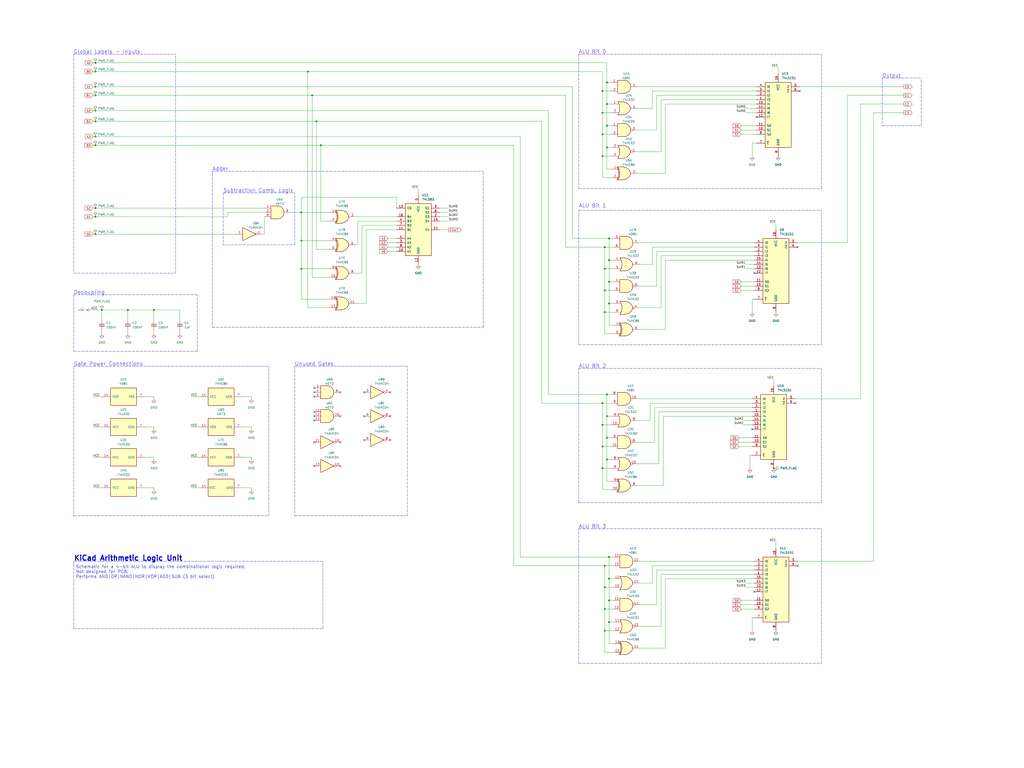
<source format=kicad_sch>
(kicad_sch (version 20211123) (generator eeschema)
  (paper "User" 599.999 450.012)
  (lib_symbols
    (symbol "4xxx:4073" (pin_names (offset 1.016))
      (property "Reference" "U" (at 0 1.27 0))
      (property "Value" "4073" (at 0 -1.27 0))
      (symbol "4073_1_1"
        (pin input line (at -7.62 2.54 0) (length 3.81) (name "~") (number "1"))
        (pin input line (at -7.62 0 0) (length 3.81) (name "~") (number "2"))
        (pin input line (at -7.62 -2.54 0) (length 3.81) (name "~") (number "8"))
        (pin output line (at 7.62 0 180) (length 3.81) (name "~") (number "9"))
      )
      (symbol "4073_1_2"
        (pin input inverted (at -7.62 2.54 0) (length 4.318) (name "~") (number "1"))
        (pin input inverted (at -7.62 0 0) (length 4.953) (name "~") (number "2"))
        (pin input inverted (at -7.62 -2.54 0) (length 4.318) (name "~") (number "8"))
        (pin output inverted (at 7.62 0 180) (length 3.81) (name "~") (number "9"))
      )
      (symbol "4073_2_1"
        (pin input line (at -7.62 2.54 0) (length 3.81) (name "~") (number "3"))
        (pin input line (at -7.62 0 0) (length 3.81) (name "~") (number "4"))
        (pin input line (at -7.62 -2.54 0) (length 3.81) (name "~") (number "5"))
        (pin output line (at 7.62 0 180) (length 3.81) (name "~") (number "6"))
      )
      (symbol "4073_2_2"
        (pin input inverted (at -7.62 2.54 0) (length 4.318) (name "~") (number "3"))
        (pin input inverted (at -7.62 0 0) (length 4.953) (name "~") (number "4"))
        (pin input inverted (at -7.62 -2.54 0) (length 4.318) (name "~") (number "5"))
        (pin output inverted (at 7.62 0 180) (length 3.81) (name "~") (number "6"))
      )
      (symbol "4073_3_1"
        (pin output line (at 7.62 0 180) (length 3.81) (name "~") (number "10"))
        (pin input line (at -7.62 2.54 0) (length 3.81) (name "~") (number "11"))
        (pin input line (at -7.62 0 0) (length 3.81) (name "~") (number "12"))
        (pin input line (at -7.62 -2.54 0) (length 3.81) (name "~") (number "13"))
      )
      (symbol "4073_3_2"
        (pin output inverted (at 7.62 0 180) (length 3.81) (name "~") (number "10"))
        (pin input inverted (at -7.62 2.54 0) (length 4.318) (name "~") (number "11"))
        (pin input inverted (at -7.62 0 0) (length 4.953) (name "~") (number "12"))
        (pin input inverted (at -7.62 -2.54 0) (length 4.318) (name "~") (number "13"))
      )
      (symbol "4073_4_0"
        (pin power_in line (at 0 12.7 270) (length 5.08) (name "VDD") (number "14"))
        (pin power_in line (at 0 -12.7 90) (length 5.08) (name "VSS") (number "7"))
      )
    )
    (symbol "4xxx:4081" (pin_names (offset 1.016))
      (property "Reference" "U" (at 0 1.27 0))
      (property "Value" "4081" (at 0 -1.27 0))
      (symbol "4081_1_1"
        (pin input line (at -7.62 2.54 0) (length 3.81) (name "~") (number "1"))
        (pin input line (at -7.62 -2.54 0) (length 3.81) (name "~") (number "2"))
        (pin output line (at 7.62 0 180) (length 3.81) (name "~") (number "3"))
      )
      (symbol "4081_1_2"
        (pin input inverted (at -7.62 2.54 0) (length 4.318) (name "~") (number "1"))
        (pin input inverted (at -7.62 -2.54 0) (length 4.318) (name "~") (number "2"))
        (pin output inverted (at 7.62 0 180) (length 3.81) (name "~") (number "3"))
      )
      (symbol "4081_2_1"
        (pin output line (at 7.62 0 180) (length 3.81) (name "~") (number "4"))
        (pin input line (at -7.62 2.54 0) (length 3.81) (name "~") (number "5"))
        (pin input line (at -7.62 -2.54 0) (length 3.81) (name "~") (number "6"))
      )
      (symbol "4081_2_2"
        (pin output inverted (at 7.62 0 180) (length 3.81) (name "~") (number "4"))
        (pin input inverted (at -7.62 2.54 0) (length 4.318) (name "~") (number "5"))
        (pin input inverted (at -7.62 -2.54 0) (length 4.318) (name "~") (number "6"))
      )
      (symbol "4081_3_1"
        (pin output line (at 7.62 0 180) (length 3.81) (name "~") (number "10"))
        (pin input line (at -7.62 2.54 0) (length 3.81) (name "~") (number "8"))
        (pin input line (at -7.62 -2.54 0) (length 3.81) (name "~") (number "9"))
      )
      (symbol "4081_3_2"
        (pin output inverted (at 7.62 0 180) (length 3.81) (name "~") (number "10"))
        (pin input inverted (at -7.62 2.54 0) (length 4.318) (name "~") (number "8"))
        (pin input inverted (at -7.62 -2.54 0) (length 4.318) (name "~") (number "9"))
      )
      (symbol "4081_4_1"
        (pin output line (at 7.62 0 180) (length 3.81) (name "~") (number "11"))
        (pin input line (at -7.62 2.54 0) (length 3.81) (name "~") (number "12"))
        (pin input line (at -7.62 -2.54 0) (length 3.81) (name "~") (number "13"))
      )
      (symbol "4081_4_2"
        (pin output inverted (at 7.62 0 180) (length 3.81) (name "~") (number "11"))
        (pin input inverted (at -7.62 2.54 0) (length 4.318) (name "~") (number "12"))
        (pin input inverted (at -7.62 -2.54 0) (length 4.318) (name "~") (number "13"))
      )
      (symbol "4081_5_0"
        (pin power_in line (at 0 12.7 270) (length 5.08) (name "VDD") (number "14"))
        (pin power_in line (at 0 -12.7 90) (length 5.08) (name "VSS") (number "7"))
      )
    )
    (symbol "74xx:74AHC04"
      (property "Reference" "U" (at 0 1.27 0))
      (property "Value" "74AHC04" (at 0 -1.27 0))
      (symbol "74AHC04_1_0"
        (pin input line (at -7.62 0 0) (length 3.81) (name "~") (number "1"))
        (pin output inverted (at 7.62 0 180) (length 3.81) (name "~") (number "2"))
      )
      (symbol "74AHC04_2_0"
        (pin input line (at -7.62 0 0) (length 3.81) (name "~") (number "3"))
        (pin output inverted (at 7.62 0 180) (length 3.81) (name "~") (number "4"))
      )
      (symbol "74AHC04_3_0"
        (pin input line (at -7.62 0 0) (length 3.81) (name "~") (number "5"))
        (pin output inverted (at 7.62 0 180) (length 3.81) (name "~") (number "6"))
      )
      (symbol "74AHC04_4_0"
        (pin output inverted (at 7.62 0 180) (length 3.81) (name "~") (number "8"))
        (pin input line (at -7.62 0 0) (length 3.81) (name "~") (number "9"))
      )
      (symbol "74AHC04_5_0"
        (pin output inverted (at 7.62 0 180) (length 3.81) (name "~") (number "10"))
        (pin input line (at -7.62 0 0) (length 3.81) (name "~") (number "11"))
      )
      (symbol "74AHC04_6_0"
        (pin output inverted (at 7.62 0 180) (length 3.81) (name "~") (number "12"))
        (pin input line (at -7.62 0 0) (length 3.81) (name "~") (number "13"))
      )
      (symbol "74AHC04_7_0"
        (pin power_in line (at 0 12.7 270) (length 5.08) (name "VCC") (number "14"))
        (pin power_in line (at 0 -12.7 90) (length 5.08) (name "GND") (number "7"))
      )
    )
    (symbol "74xx:74HC00" (pin_names (offset 1.016))
      (property "Reference" "U" (at 0 1.27 0))
      (property "Value" "74HC00" (at 0 -1.27 0))
      (symbol "74HC00_1_1"
        (pin input line (at -7.62 2.54 0) (length 3.81) (name "~") (number "1"))
        (pin input line (at -7.62 -2.54 0) (length 3.81) (name "~") (number "2"))
        (pin output inverted (at 7.62 0 180) (length 3.81) (name "~") (number "3"))
      )
      (symbol "74HC00_1_2"
        (pin input inverted (at -7.62 2.54 0) (length 4.318) (name "~") (number "1"))
        (pin input inverted (at -7.62 -2.54 0) (length 4.318) (name "~") (number "2"))
        (pin output line (at 7.62 0 180) (length 3.81) (name "~") (number "3"))
      )
      (symbol "74HC00_2_1"
        (pin input line (at -7.62 2.54 0) (length 3.81) (name "~") (number "4"))
        (pin input line (at -7.62 -2.54 0) (length 3.81) (name "~") (number "5"))
        (pin output inverted (at 7.62 0 180) (length 3.81) (name "~") (number "6"))
      )
      (symbol "74HC00_2_2"
        (pin input inverted (at -7.62 2.54 0) (length 4.318) (name "~") (number "4"))
        (pin input inverted (at -7.62 -2.54 0) (length 4.318) (name "~") (number "5"))
        (pin output line (at 7.62 0 180) (length 3.81) (name "~") (number "6"))
      )
      (symbol "74HC00_3_1"
        (pin input line (at -7.62 -2.54 0) (length 3.81) (name "~") (number "10"))
        (pin output inverted (at 7.62 0 180) (length 3.81) (name "~") (number "8"))
        (pin input line (at -7.62 2.54 0) (length 3.81) (name "~") (number "9"))
      )
      (symbol "74HC00_3_2"
        (pin input inverted (at -7.62 -2.54 0) (length 4.318) (name "~") (number "10"))
        (pin output line (at 7.62 0 180) (length 3.81) (name "~") (number "8"))
        (pin input inverted (at -7.62 2.54 0) (length 4.318) (name "~") (number "9"))
      )
      (symbol "74HC00_4_1"
        (pin output inverted (at 7.62 0 180) (length 3.81) (name "~") (number "11"))
        (pin input line (at -7.62 2.54 0) (length 3.81) (name "~") (number "12"))
        (pin input line (at -7.62 -2.54 0) (length 3.81) (name "~") (number "13"))
      )
      (symbol "74HC00_4_2"
        (pin output line (at 7.62 0 180) (length 3.81) (name "~") (number "11"))
        (pin input inverted (at -7.62 2.54 0) (length 4.318) (name "~") (number "12"))
        (pin input inverted (at -7.62 -2.54 0) (length 4.318) (name "~") (number "13"))
      )
      (symbol "74HC00_5_0"
        (pin power_in line (at 0 12.7 270) (length 5.08) (name "VCC") (number "14"))
        (pin power_in line (at 0 -12.7 90) (length 5.08) (name "GND") (number "7"))
      )
    )
    (symbol "74xx:74HC02" (pin_names (offset 1.016))
      (property "Reference" "U" (at 0 1.27 0))
      (property "Value" "74HC02" (at 0 -1.27 0))
      (symbol "74HC02_1_1"
        (pin output inverted (at 7.62 0 180) (length 3.81) (name "~") (number "1"))
        (pin input line (at -7.62 2.54 0) (length 4.318) (name "~") (number "2"))
        (pin input line (at -7.62 -2.54 0) (length 4.318) (name "~") (number "3"))
      )
      (symbol "74HC02_1_2"
        (pin output line (at 7.62 0 180) (length 3.81) (name "~") (number "1"))
        (pin input inverted (at -7.62 2.54 0) (length 3.81) (name "~") (number "2"))
        (pin input inverted (at -7.62 -2.54 0) (length 3.81) (name "~") (number "3"))
      )
      (symbol "74HC02_2_1"
        (pin output inverted (at 7.62 0 180) (length 3.81) (name "~") (number "4"))
        (pin input line (at -7.62 2.54 0) (length 4.318) (name "~") (number "5"))
        (pin input line (at -7.62 -2.54 0) (length 4.318) (name "~") (number "6"))
      )
      (symbol "74HC02_2_2"
        (pin output line (at 7.62 0 180) (length 3.81) (name "~") (number "4"))
        (pin input inverted (at -7.62 2.54 0) (length 3.81) (name "~") (number "5"))
        (pin input inverted (at -7.62 -2.54 0) (length 3.81) (name "~") (number "6"))
      )
      (symbol "74HC02_3_1"
        (pin output inverted (at 7.62 0 180) (length 3.81) (name "~") (number "10"))
        (pin input line (at -7.62 2.54 0) (length 4.318) (name "~") (number "8"))
        (pin input line (at -7.62 -2.54 0) (length 4.318) (name "~") (number "9"))
      )
      (symbol "74HC02_3_2"
        (pin output line (at 7.62 0 180) (length 3.81) (name "~") (number "10"))
        (pin input inverted (at -7.62 2.54 0) (length 3.81) (name "~") (number "8"))
        (pin input inverted (at -7.62 -2.54 0) (length 3.81) (name "~") (number "9"))
      )
      (symbol "74HC02_4_1"
        (pin input line (at -7.62 2.54 0) (length 4.318) (name "~") (number "11"))
        (pin input line (at -7.62 -2.54 0) (length 4.318) (name "~") (number "12"))
        (pin output inverted (at 7.62 0 180) (length 3.81) (name "~") (number "13"))
      )
      (symbol "74HC02_4_2"
        (pin input inverted (at -7.62 2.54 0) (length 3.81) (name "~") (number "11"))
        (pin input inverted (at -7.62 -2.54 0) (length 3.81) (name "~") (number "12"))
        (pin output line (at 7.62 0 180) (length 3.81) (name "~") (number "13"))
      )
      (symbol "74HC02_5_0"
        (pin power_in line (at 0 12.7 270) (length 5.08) (name "VCC") (number "14"))
        (pin power_in line (at 0 -12.7 90) (length 5.08) (name "GND") (number "7"))
      )
    )
    (symbol "74xx:74HC86" (pin_names (offset 1.016))
      (property "Reference" "U" (at 0 1.27 0))
      (property "Value" "74HC86" (at 0 -1.27 0))
      (symbol "74HC86_1_0"
        (pin input line (at -7.62 2.54 0) (length 4.445) (name "~") (number "1"))
        (pin input line (at -7.62 -2.54 0) (length 4.445) (name "~") (number "2"))
        (pin output line (at 7.62 0 180) (length 3.81) (name "~") (number "3"))
      )
      (symbol "74HC86_2_0"
        (pin input line (at -7.62 2.54 0) (length 4.445) (name "~") (number "4"))
        (pin input line (at -7.62 -2.54 0) (length 4.445) (name "~") (number "5"))
        (pin output line (at 7.62 0 180) (length 3.81) (name "~") (number "6"))
      )
      (symbol "74HC86_3_0"
        (pin input line (at -7.62 -2.54 0) (length 4.445) (name "~") (number "10"))
        (pin output line (at 7.62 0 180) (length 3.81) (name "~") (number "8"))
        (pin input line (at -7.62 2.54 0) (length 4.445) (name "~") (number "9"))
      )
      (symbol "74HC86_4_0"
        (pin output line (at 7.62 0 180) (length 3.81) (name "~") (number "11"))
        (pin input line (at -7.62 2.54 0) (length 4.445) (name "~") (number "12"))
        (pin input line (at -7.62 -2.54 0) (length 4.445) (name "~") (number "13"))
      )
      (symbol "74HC86_5_0"
        (pin power_in line (at 0 12.7 270) (length 5.08) (name "VCC") (number "14"))
        (pin power_in line (at 0 -12.7 90) (length 5.08) (name "GND") (number "7"))
      )
    )
    (symbol "74xx:74LS151" (pin_names (offset 1.016))
      (property "Reference" "U" (at -7.62 19.05 0))
      (property "Value" "74LS151" (at -7.62 -21.59 0))
      (symbol "74LS151_1_0"
        (pin input line (at -12.7 7.62 0) (length 5.08) (name "I3") (number "1"))
        (pin input line (at -12.7 -10.16 0) (length 5.08) (name "S1") (number "10"))
        (pin input line (at -12.7 -7.62 0) (length 5.08) (name "S0") (number "11"))
        (pin input line (at -12.7 -2.54 0) (length 5.08) (name "I7") (number "12"))
        (pin input line (at -12.7 0 0) (length 5.08) (name "I6") (number "13"))
        (pin input line (at -12.7 2.54 0) (length 5.08) (name "I5") (number "14"))
        (pin input line (at -12.7 5.08 0) (length 5.08) (name "I4") (number "15"))
        (pin power_in line (at 0 22.86 270) (length 5.08) (name "VCC") (number "16"))
        (pin input line (at -12.7 10.16 0) (length 5.08) (name "I2") (number "2"))
        (pin input line (at -12.7 12.7 0) (length 5.08) (name "I1") (number "3"))
        (pin input line (at -12.7 15.24 0) (length 5.08) (name "I0") (number "4"))
        (pin output line (at 12.7 15.24 180) (length 5.08) (name "Z") (number "5"))
        (pin output line (at 12.7 12.7 180) (length 5.08) (name "~{Z}") (number "6"))
        (pin input line (at -12.7 -17.78 0) (length 5.08) (name "~{E}") (number "7"))
        (pin power_in line (at 0 -25.4 90) (length 5.08) (name "GND") (number "8"))
        (pin input line (at -12.7 -12.7 0) (length 5.08) (name "S2") (number "9"))
      )
    )
    (symbol "74xx:74LS32" (pin_names (offset 1.016))
      (property "Reference" "U" (at 0 1.27 0))
      (property "Value" "74LS32" (at 0 -1.27 0))
      (symbol "74LS32_1_1"
        (pin input line (at -7.62 2.54 0) (length 4.318) (name "~") (number "1"))
        (pin input line (at -7.62 -2.54 0) (length 4.318) (name "~") (number "2"))
        (pin output line (at 7.62 0 180) (length 3.81) (name "~") (number "3"))
      )
      (symbol "74LS32_1_2"
        (pin input inverted (at -7.62 2.54 0) (length 3.81) (name "~") (number "1"))
        (pin input inverted (at -7.62 -2.54 0) (length 3.81) (name "~") (number "2"))
        (pin output inverted (at 7.62 0 180) (length 3.81) (name "~") (number "3"))
      )
      (symbol "74LS32_2_1"
        (pin input line (at -7.62 2.54 0) (length 4.318) (name "~") (number "4"))
        (pin input line (at -7.62 -2.54 0) (length 4.318) (name "~") (number "5"))
        (pin output line (at 7.62 0 180) (length 3.81) (name "~") (number "6"))
      )
      (symbol "74LS32_2_2"
        (pin input inverted (at -7.62 2.54 0) (length 3.81) (name "~") (number "4"))
        (pin input inverted (at -7.62 -2.54 0) (length 3.81) (name "~") (number "5"))
        (pin output inverted (at 7.62 0 180) (length 3.81) (name "~") (number "6"))
      )
      (symbol "74LS32_3_1"
        (pin input line (at -7.62 -2.54 0) (length 4.318) (name "~") (number "10"))
        (pin output line (at 7.62 0 180) (length 3.81) (name "~") (number "8"))
        (pin input line (at -7.62 2.54 0) (length 4.318) (name "~") (number "9"))
      )
      (symbol "74LS32_3_2"
        (pin input inverted (at -7.62 -2.54 0) (length 3.81) (name "~") (number "10"))
        (pin output inverted (at 7.62 0 180) (length 3.81) (name "~") (number "8"))
        (pin input inverted (at -7.62 2.54 0) (length 3.81) (name "~") (number "9"))
      )
      (symbol "74LS32_4_1"
        (pin output line (at 7.62 0 180) (length 3.81) (name "~") (number "11"))
        (pin input line (at -7.62 2.54 0) (length 4.318) (name "~") (number "12"))
        (pin input line (at -7.62 -2.54 0) (length 4.318) (name "~") (number "13"))
      )
      (symbol "74LS32_4_2"
        (pin output inverted (at 7.62 0 180) (length 3.81) (name "~") (number "11"))
        (pin input inverted (at -7.62 2.54 0) (length 3.81) (name "~") (number "12"))
        (pin input inverted (at -7.62 -2.54 0) (length 3.81) (name "~") (number "13"))
      )
      (symbol "74LS32_5_0"
        (pin power_in line (at 0 12.7 270) (length 5.08) (name "VCC") (number "14"))
        (pin power_in line (at 0 -12.7 90) (length 5.08) (name "GND") (number "7"))
      )
    )
    (symbol "74xx:74LS83" (pin_names (offset 1.016))
      (property "Reference" "U" (at -7.62 16.51 0))
      (property "Value" "74LS83" (at -7.62 -16.51 0))
      (symbol "74LS83_1_0"
        (pin input line (at -12.7 -5.08 0) (length 5.08) (name "A4") (number "1"))
        (pin input line (at -12.7 -12.7 0) (length 5.08) (name "A1") (number "10"))
        (pin input line (at -12.7 0 0) (length 5.08) (name "B1") (number "11"))
        (pin power_in line (at 0 -20.32 90) (length 5.08) (name "GND") (number "12"))
        (pin input line (at -12.7 12.7 0) (length 5.08) (name "C0") (number "13"))
        (pin output line (at 12.7 0 180) (length 5.08) (name "C4") (number "14"))
        (pin output line (at 12.7 5.08 180) (length 5.08) (name "S4") (number "15"))
        (pin input line (at -12.7 7.62 0) (length 5.08) (name "B4") (number "16"))
        (pin output line (at 12.7 7.62 180) (length 5.08) (name "S3") (number "2"))
        (pin input line (at -12.7 -7.62 0) (length 5.08) (name "A3") (number "3"))
        (pin input line (at -12.7 5.08 0) (length 5.08) (name "B3") (number "4"))
        (pin power_in line (at 0 20.32 270) (length 5.08) (name "VCC") (number "5"))
        (pin output line (at 12.7 10.16 180) (length 5.08) (name "S2") (number "6"))
        (pin input line (at -12.7 2.54 0) (length 5.08) (name "B2") (number "7"))
        (pin input line (at -12.7 -10.16 0) (length 5.08) (name "A2") (number "8"))
        (pin output line (at 12.7 12.7 180) (length 5.08) (name "S1") (number "9"))
      )
    )
    (symbol "Device:C_Small" (pin_numbers hide) (pin_names (offset 0.254) hide)
      (property "Reference" "C" (at 0.254 1.778 0))
      (property "Value" "C_Small" (at 0.254 -2.032 0))
      (symbol "C_Small_1_1"
        (pin passive line (at 0 2.54 270) (length 2.032) (name "~") (number "1"))
        (pin passive line (at 0 -2.54 90) (length 2.032) (name "~") (number "2"))
      )
    )
    (symbol "power:+5V" (power) (pin_names (offset 0))
      (property "Value" "+5V" (at 0 3.556 0))
      (symbol "+5V_1_1"
        (pin power_in line (at 0 0 90) (length 0) hide (name "+5V") (number "1"))
      )
    )
    (symbol "power:GND" (power) (pin_names (offset 0))
      (property "Value" "GND" (at 0 -3.81 0))
      (symbol "GND_1_1"
        (pin power_in line (at 0 0 270) (length 0) hide (name "GND") (number "1"))
      )
    )
    (symbol "power:PWR_FLAG" (power) (pin_numbers hide) (pin_names (offset 0) hide)
      (property "Value" "PWR_FLAG" (at 0 3.81 0))
      (symbol "PWR_FLAG_0_0"
        (pin power_out line (at 0 0 90) (length 0) (name "pwr") (number "1"))
      )
    )
  )
  (junction (at 55.88 80.01))
  (junction (at 353.06 236.22))
  (junction (at 354.33 182.88))
  (junction (at 356.87 177.8))
  (junction (at 453.39 274.32))
  (junction (at 354.33 157.48))
  (junction (at 353.06 53.34))
  (junction (at 74.93 181.61))
  (junction (at 187.96 85.09))
  (junction (at 356.87 351.79))
  (junction (at 55.88 137.16))
  (junction (at 355.6 231.14))
  (junction (at 355.6 243.84))
  (junction (at 355.6 48.26))
  (junction (at 354.33 170.18))
  (junction (at 55.88 127))
  (junction (at 356.87 139.7))
  (junction (at 356.87 364.49))
  (junction (at 355.6 60.96))
  (junction (at 55.88 64.77))
  (junction (at 354.33 331.47))
  (junction (at 55.88 121.92))
  (junction (at 55.88 55.88))
  (junction (at 355.6 256.54))
  (junction (at 353.06 66.04))
  (junction (at 180.34 41.91))
  (junction (at 353.06 91.44))
  (junction (at 355.6 86.36))
  (junction (at 185.42 71.12))
  (junction (at 354.33 369.57))
  (junction (at 176.53 124.46))
  (junction (at 356.87 326.39))
  (junction (at 182.88 55.88))
  (junction (at 356.87 152.4))
  (junction (at 59.69 181.61))
  (junction (at 353.06 78.74))
  (junction (at 355.6 269.24))
  (junction (at 354.33 344.17))
  (junction (at 353.06 248.92))
  (junction (at 353.06 274.32))
  (junction (at 355.6 73.66))
  (junction (at 176.53 157.48))
  (junction (at 55.88 85.09))
  (junction (at 354.33 356.87))
  (junction (at 55.88 71.12))
  (junction (at 356.87 165.1))
  (junction (at 90.17 181.61))
  (junction (at 354.33 144.78))
  (junction (at 356.87 339.09))
  (junction (at 55.88 36.83))
  (junction (at 176.53 140.97))
  (junction (at 55.88 41.91))
  (junction (at 55.88 50.8))
  (junction (at 353.06 261.62))
  (no_connect (at 184.15 246.38))
  (no_connect (at 443.23 68.58))
  (no_connect (at 184.15 259.08))
  (no_connect (at 184.15 243.84))
  (no_connect (at 466.09 236.22))
  (no_connect (at 228.6 257.81))
  (no_connect (at 184.15 227.33))
  (no_connect (at 199.39 273.05))
  (no_connect (at 441.96 160.02))
  (no_connect (at 213.36 229.87))
  (no_connect (at 213.36 257.81))
  (no_connect (at 199.39 259.08))
  (no_connect (at 467.36 144.78))
  (no_connect (at 467.36 331.47))
  (no_connect (at 184.15 232.41))
  (no_connect (at 213.36 243.84))
  (no_connect (at 184.15 241.3))
  (no_connect (at 228.6 229.87))
  (no_connect (at 468.63 53.34))
  (no_connect (at 440.69 251.46))
  (no_connect (at 199.39 229.87))
  (no_connect (at 441.96 346.71))
  (no_connect (at 184.15 229.87))
  (no_connect (at 199.39 243.84))
  (no_connect (at 228.6 243.84))
  (no_connect (at 184.15 273.05))
  (wire (pts (xy 355.6 281.94) (xy 355.6 269.24)))
  (wire (pts (xy 257.81 129.54) (xy 262.89 129.54)))
  (wire (pts (xy 373.38 284.48) (xy 388.62 284.48)))
  (wire (pts (xy 193.04 175.26) (xy 176.53 175.26)))
  (wire (pts (xy 170.18 124.46) (xy 176.53 124.46)))
  (wire (pts (xy 358.14 99.06) (xy 355.6 99.06)))
  (wire (pts (xy 185.42 71.12) (xy 185.42 146.05)))
  (polyline (pts (xy 189.23 328.93) (xy 43.18 328.93)))
  (polyline (pts (xy 43.18 302.26) (xy 157.48 302.26)))
  (wire (pts (xy 466.09 233.68) (xy 504.19 233.68)))
  (wire (pts (xy 90.17 181.61) (xy 90.17 187.96)))
  (wire (pts (xy 54.61 267.97) (xy 59.69 267.97)))
  (wire (pts (xy 388.62 284.48) (xy 388.62 243.84)))
  (wire (pts (xy 133.35 124.46) (xy 154.94 124.46)))
  (wire (pts (xy 359.41 195.58) (xy 354.33 195.58)))
  (wire (pts (xy 359.41 152.4) (xy 356.87 152.4)))
  (wire (pts (xy 384.81 354.33) (xy 384.81 334.01)))
  (wire (pts (xy 382.27 53.34) (xy 443.23 53.34)))
  (polyline (pts (xy 481.33 201.93) (xy 481.33 123.19)))
  (wire (pts (xy 467.36 142.24) (xy 496.57 142.24)))
  (wire (pts (xy 454.66 317.5) (xy 454.66 321.31)))
  (wire (pts (xy 180.34 180.34) (xy 180.34 41.91)))
  (polyline (pts (xy 43.18 160.02) (xy 102.87 160.02)))
  (wire (pts (xy 353.06 248.92) (xy 353.06 236.22)))
  (wire (pts (xy 54.61 50.8) (xy 55.88 50.8)))
  (wire (pts (xy 358.14 256.54) (xy 355.6 256.54)))
  (polyline (pts (xy 339.09 294.64) (xy 339.09 215.9)))
  (wire (pts (xy 440.69 182.88) (xy 440.69 175.26)))
  (wire (pts (xy 147.32 267.97) (xy 147.32 269.24)))
  (wire (pts (xy 353.06 236.22) (xy 317.5 236.22)))
  (polyline (pts (xy 339.09 123.19) (xy 481.33 123.19)))
  (wire (pts (xy 382.27 63.5) (xy 382.27 53.34)))
  (polyline (pts (xy 339.09 110.49) (xy 481.33 110.49)))
  (wire (pts (xy 435.61 248.92) (xy 440.69 248.92)))
  (polyline (pts (xy 172.72 302.26) (xy 238.76 302.26)))
  (wire (pts (xy 147.32 232.41) (xy 147.32 233.68)))
  (wire (pts (xy 382.27 331.47) (xy 441.96 331.47)))
  (wire (pts (xy 214.63 134.62) (xy 232.41 134.62)))
  (wire (pts (xy 373.38 76.2) (xy 384.81 76.2)))
  (wire (pts (xy 358.14 86.36) (xy 355.6 86.36)))
  (wire (pts (xy 359.41 382.27) (xy 354.33 382.27)))
  (wire (pts (xy 355.6 60.96) (xy 355.6 48.26)))
  (wire (pts (xy 373.38 271.78) (xy 386.08 271.78)))
  (polyline (pts (xy 130.81 113.03) (xy 172.72 113.03)))
  (wire (pts (xy 359.41 377.19) (xy 356.87 377.19)))
  (wire (pts (xy 321.31 64.77) (xy 321.31 231.14)))
  (wire (pts (xy 353.06 104.14) (xy 353.06 91.44)))
  (wire (pts (xy 384.81 147.32) (xy 441.96 147.32)))
  (wire (pts (xy 90.17 232.41) (xy 90.17 233.68)))
  (wire (pts (xy 85.09 285.75) (xy 90.17 285.75)))
  (wire (pts (xy 359.41 177.8) (xy 356.87 177.8)))
  (wire (pts (xy 383.54 238.76) (xy 440.69 238.76)))
  (wire (pts (xy 436.88 157.48) (xy 441.96 157.48)))
  (wire (pts (xy 53.34 181.61) (xy 59.69 181.61)))
  (wire (pts (xy 373.38 233.68) (xy 440.69 233.68)))
  (wire (pts (xy 85.09 232.41) (xy 90.17 232.41)))
  (wire (pts (xy 381 246.38) (xy 381 236.22)))
  (wire (pts (xy 356.87 177.8) (xy 356.87 165.1)))
  (wire (pts (xy 434.34 73.66) (xy 443.23 73.66)))
  (wire (pts (xy 354.33 382.27) (xy 354.33 369.57)))
  (polyline (pts (xy 43.18 172.72) (xy 115.57 172.72)))
  (wire (pts (xy 354.33 144.78) (xy 331.47 144.78)))
  (wire (pts (xy 142.24 250.19) (xy 147.32 250.19)))
  (wire (pts (xy 185.42 146.05) (xy 193.04 146.05)))
  (wire (pts (xy 433.07 261.62) (xy 440.69 261.62)))
  (wire (pts (xy 434.34 165.1) (xy 441.96 165.1)))
  (wire (pts (xy 356.87 139.7) (xy 335.28 139.7)))
  (wire (pts (xy 358.14 281.94) (xy 355.6 281.94)))
  (wire (pts (xy 55.88 121.92) (xy 154.94 121.92)))
  (wire (pts (xy 467.36 328.93) (xy 511.81 328.93)))
  (wire (pts (xy 304.8 80.01) (xy 55.88 80.01)))
  (wire (pts (xy 257.81 134.62) (xy 262.89 134.62)))
  (wire (pts (xy 434.34 170.18) (xy 441.96 170.18)))
  (wire (pts (xy 440.69 83.82) (xy 443.23 83.82)))
  (wire (pts (xy 55.88 71.12) (xy 185.42 71.12)))
  (wire (pts (xy 355.6 36.83) (xy 355.6 48.26)))
  (wire (pts (xy 232.41 121.92) (xy 232.41 115.57)))
  (wire (pts (xy 356.87 190.5) (xy 356.87 177.8)))
  (wire (pts (xy 387.35 367.03) (xy 387.35 336.55)))
  (wire (pts (xy 54.61 64.77) (xy 55.88 64.77)))
  (wire (pts (xy 359.41 351.79) (xy 356.87 351.79)))
  (wire (pts (xy 373.38 50.8) (xy 443.23 50.8)))
  (wire (pts (xy 384.81 334.01) (xy 441.96 334.01)))
  (wire (pts (xy 85.09 250.19) (xy 90.17 250.19)))
  (wire (pts (xy 356.87 139.7) (xy 359.41 139.7)))
  (wire (pts (xy 354.33 144.78) (xy 359.41 144.78)))
  (wire (pts (xy 105.41 181.61) (xy 105.41 187.96)))
  (polyline (pts (xy 481.33 110.49) (xy 481.33 31.75)))
  (polyline (pts (xy 339.09 31.75) (xy 339.09 110.49)))
  (polyline (pts (xy 339.09 215.9) (xy 481.33 215.9)))
  (polyline (pts (xy 172.72 214.63) (xy 238.76 214.63)))
  (wire (pts (xy 335.28 50.8) (xy 55.88 50.8)))
  (wire (pts (xy 74.93 181.61) (xy 74.93 187.96)))
  (wire (pts (xy 176.53 115.57) (xy 176.53 124.46)))
  (wire (pts (xy 373.38 246.38) (xy 381 246.38)))
  (wire (pts (xy 54.61 137.16) (xy 55.88 137.16)))
  (wire (pts (xy 388.62 243.84) (xy 440.69 243.84)))
  (wire (pts (xy 300.99 85.09) (xy 300.99 331.47)))
  (wire (pts (xy 54.61 71.12) (xy 55.88 71.12)))
  (wire (pts (xy 55.88 85.09) (xy 187.96 85.09)))
  (wire (pts (xy 208.28 143.51) (xy 209.55 143.51)))
  (wire (pts (xy 355.6 48.26) (xy 358.14 48.26)))
  (wire (pts (xy 154.94 137.16) (xy 154.94 127)))
  (wire (pts (xy 387.35 336.55) (xy 441.96 336.55)))
  (wire (pts (xy 374.65 328.93) (xy 441.96 328.93)))
  (wire (pts (xy 389.89 60.96) (xy 443.23 60.96)))
  (wire (pts (xy 356.87 339.09) (xy 356.87 326.39)))
  (wire (pts (xy 504.19 60.96) (xy 529.59 60.96)))
  (wire (pts (xy 59.69 181.61) (xy 74.93 181.61)))
  (wire (pts (xy 54.61 285.75) (xy 59.69 285.75)))
  (wire (pts (xy 180.34 41.91) (xy 353.06 41.91)))
  (wire (pts (xy 374.65 354.33) (xy 384.81 354.33)))
  (wire (pts (xy 176.53 140.97) (xy 176.53 124.46)))
  (wire (pts (xy 300.99 331.47) (xy 354.33 331.47)))
  (polyline (pts (xy 283.21 191.77) (xy 283.21 100.33)))
  (polyline (pts (xy 481.33 388.62) (xy 481.33 309.88)))
  (wire (pts (xy 355.6 256.54) (xy 355.6 243.84)))
  (polyline (pts (xy 339.09 201.93) (xy 339.09 123.19)))
  (wire (pts (xy 384.81 55.88) (xy 443.23 55.88)))
  (wire (pts (xy 55.88 137.16) (xy 138.43 137.16)))
  (wire (pts (xy 232.41 115.57) (xy 176.53 115.57)))
  (wire (pts (xy 353.06 53.34) (xy 358.14 53.34)))
  (wire (pts (xy 59.69 193.04) (xy 59.69 195.58)))
  (polyline (pts (xy 130.81 113.03) (xy 130.81 143.51)))
  (wire (pts (xy 111.76 267.97) (xy 116.84 267.97)))
  (polyline (pts (xy 339.09 309.88) (xy 481.33 309.88)))
  (wire (pts (xy 212.09 132.08) (xy 232.41 132.08)))
  (wire (pts (xy 176.53 124.46) (xy 193.04 124.46)))
  (wire (pts (xy 212.09 160.02) (xy 212.09 132.08)))
  (wire (pts (xy 439.42 274.32) (xy 439.42 266.7)))
  (wire (pts (xy 208.28 127) (xy 232.41 127)))
  (wire (pts (xy 85.09 267.97) (xy 90.17 267.97)))
  (wire (pts (xy 389.89 379.73) (xy 389.89 339.09)))
  (wire (pts (xy 381 236.22) (xy 440.69 236.22)))
  (wire (pts (xy 54.61 36.83) (xy 55.88 36.83)))
  (wire (pts (xy 374.65 341.63) (xy 382.27 341.63)))
  (wire (pts (xy 354.33 369.57) (xy 354.33 356.87)))
  (wire (pts (xy 304.8 326.39) (xy 356.87 326.39)))
  (wire (pts (xy 111.76 232.41) (xy 116.84 232.41)))
  (wire (pts (xy 90.17 193.04) (xy 90.17 195.58)))
  (wire (pts (xy 355.6 86.36) (xy 355.6 73.66)))
  (wire (pts (xy 359.41 165.1) (xy 356.87 165.1)))
  (polyline (pts (xy 516.89 73.66) (xy 539.75 73.66)))
  (wire (pts (xy 111.76 285.75) (xy 116.84 285.75)))
  (wire (pts (xy 208.28 177.8) (xy 214.63 177.8)))
  (wire (pts (xy 358.14 269.24) (xy 355.6 269.24)))
  (wire (pts (xy 354.33 356.87) (xy 354.33 344.17)))
  (wire (pts (xy 358.14 91.44) (xy 353.06 91.44)))
  (wire (pts (xy 356.87 152.4) (xy 356.87 139.7)))
  (wire (pts (xy 353.06 41.91) (xy 353.06 53.34)))
  (wire (pts (xy 355.6 231.14) (xy 321.31 231.14)))
  (wire (pts (xy 353.06 91.44) (xy 353.06 78.74)))
  (wire (pts (xy 355.6 73.66) (xy 355.6 60.96)))
  (wire (pts (xy 434.34 78.74) (xy 443.23 78.74)))
  (wire (pts (xy 382.27 144.78) (xy 441.96 144.78)))
  (wire (pts (xy 358.14 104.14) (xy 353.06 104.14)))
  (polyline (pts (xy 516.89 45.72) (xy 539.75 45.72)))
  (wire (pts (xy 180.34 180.34) (xy 193.04 180.34)))
  (wire (pts (xy 354.33 331.47) (xy 359.41 331.47)))
  (wire (pts (xy 354.33 182.88) (xy 354.33 170.18)))
  (wire (pts (xy 383.54 259.08) (xy 383.54 238.76)))
  (wire (pts (xy 54.61 55.88) (xy 55.88 55.88)))
  (wire (pts (xy 435.61 246.38) (xy 440.69 246.38)))
  (wire (pts (xy 353.06 78.74) (xy 353.06 66.04)))
  (wire (pts (xy 54.61 41.91) (xy 55.88 41.91)))
  (polyline (pts (xy 43.18 31.75) (xy 102.87 31.75)))
  (wire (pts (xy 54.61 85.09) (xy 55.88 85.09)))
  (wire (pts (xy 389.89 339.09) (xy 441.96 339.09)))
  (wire (pts (xy 356.87 364.49) (xy 356.87 351.79)))
  (polyline (pts (xy 157.48 302.26) (xy 157.48 214.63)))
  (wire (pts (xy 511.81 66.04) (xy 529.59 66.04)))
  (wire (pts (xy 54.61 127) (xy 55.88 127)))
  (wire (pts (xy 304.8 80.01) (xy 304.8 326.39)))
  (polyline (pts (xy 43.18 330.2) (xy 43.18 368.3)))
  (wire (pts (xy 54.61 232.41) (xy 59.69 232.41)))
  (wire (pts (xy 227.33 147.32) (xy 232.41 147.32)))
  (wire (pts (xy 54.61 80.01) (xy 55.88 80.01)))
  (wire (pts (xy 90.17 267.97) (xy 90.17 269.24)))
  (polyline (pts (xy 43.18 31.75) (xy 43.18 160.02)))
  (wire (pts (xy 133.35 124.46) (xy 133.35 127)))
  (wire (pts (xy 227.33 144.78) (xy 232.41 144.78)))
  (wire (pts (xy 142.24 285.75) (xy 147.32 285.75)))
  (wire (pts (xy 257.81 127) (xy 262.89 127)))
  (wire (pts (xy 389.89 152.4) (xy 441.96 152.4)))
  (wire (pts (xy 439.42 266.7) (xy 440.69 266.7)))
  (wire (pts (xy 214.63 177.8) (xy 214.63 134.62)))
  (wire (pts (xy 257.81 121.92) (xy 262.89 121.92)))
  (wire (pts (xy 193.04 140.97) (xy 176.53 140.97)))
  (wire (pts (xy 373.38 101.6) (xy 389.89 101.6)))
  (wire (pts (xy 176.53 157.48) (xy 176.53 140.97)))
  (wire (pts (xy 356.87 351.79) (xy 356.87 339.09)))
  (wire (pts (xy 374.65 379.73) (xy 389.89 379.73)))
  (polyline (pts (xy 124.46 100.33) (xy 283.21 100.33)))
  (wire (pts (xy 373.38 63.5) (xy 382.27 63.5)))
  (wire (pts (xy 433.07 256.54) (xy 440.69 256.54)))
  (polyline (pts (xy 238.76 302.26) (xy 238.76 214.63)))
  (wire (pts (xy 353.06 261.62) (xy 353.06 248.92)))
  (wire (pts (xy 387.35 180.34) (xy 387.35 149.86)))
  (wire (pts (xy 358.14 261.62) (xy 353.06 261.62)))
  (wire (pts (xy 389.89 101.6) (xy 389.89 60.96)))
  (wire (pts (xy 331.47 144.78) (xy 331.47 55.88)))
  (polyline (pts (xy 43.18 214.63) (xy 157.48 214.63)))
  (wire (pts (xy 105.41 193.04) (xy 105.41 195.58)))
  (wire (pts (xy 355.6 99.06) (xy 355.6 86.36)))
  (wire (pts (xy 355.6 231.14) (xy 358.14 231.14)))
  (wire (pts (xy 387.35 149.86) (xy 441.96 149.86)))
  (wire (pts (xy 433.07 259.08) (xy 440.69 259.08)))
  (wire (pts (xy 354.33 195.58) (xy 354.33 182.88)))
  (wire (pts (xy 373.38 259.08) (xy 383.54 259.08)))
  (wire (pts (xy 389.89 193.04) (xy 389.89 152.4)))
  (wire (pts (xy 55.88 41.91) (xy 180.34 41.91)))
  (wire (pts (xy 90.17 285.75) (xy 90.17 287.02)))
  (wire (pts (xy 142.24 267.97) (xy 147.32 267.97)))
  (wire (pts (xy 55.88 127) (xy 133.35 127)))
  (wire (pts (xy 187.96 129.54) (xy 193.04 129.54)))
  (wire (pts (xy 90.17 181.61) (xy 105.41 181.61)))
  (wire (pts (xy 74.93 181.61) (xy 90.17 181.61)))
  (wire (pts (xy 455.93 39.37) (xy 455.93 43.18)))
  (wire (pts (xy 440.69 369.57) (xy 440.69 361.95)))
  (wire (pts (xy 359.41 170.18) (xy 354.33 170.18)))
  (wire (pts (xy 176.53 175.26) (xy 176.53 157.48)))
  (wire (pts (xy 353.06 236.22) (xy 358.14 236.22)))
  (wire (pts (xy 496.57 55.88) (xy 529.59 55.88)))
  (wire (pts (xy 382.27 341.63) (xy 382.27 331.47)))
  (polyline (pts (xy 43.18 172.72) (xy 43.18 205.74)))
  (wire (pts (xy 387.35 88.9) (xy 387.35 58.42)))
  (polyline (pts (xy 189.23 368.3) (xy 189.23 328.93)))
  (wire (pts (xy 208.28 160.02) (xy 212.09 160.02)))
  (wire (pts (xy 54.61 250.19) (xy 59.69 250.19)))
  (wire (pts (xy 358.14 73.66) (xy 355.6 73.66)))
  (wire (pts (xy 356.87 326.39) (xy 359.41 326.39)))
  (wire (pts (xy 356.87 165.1) (xy 356.87 152.4)))
  (polyline (pts (xy 339.09 201.93) (xy 481.33 201.93)))
  (wire (pts (xy 358.14 78.74) (xy 353.06 78.74)))
  (wire (pts (xy 359.41 356.87) (xy 354.33 356.87)))
  (wire (pts (xy 187.96 85.09) (xy 187.96 129.54)))
  (polyline (pts (xy 43.18 214.63) (xy 43.18 302.26)))
  (wire (pts (xy 468.63 50.8) (xy 529.59 50.8)))
  (wire (pts (xy 374.65 154.94) (xy 382.27 154.94)))
  (wire (pts (xy 209.55 143.51) (xy 209.55 129.54)))
  (polyline (pts (xy 124.46 191.77) (xy 283.21 191.77)))
  (wire (pts (xy 354.33 344.17) (xy 354.33 331.47)))
  (wire (pts (xy 257.81 124.46) (xy 262.89 124.46)))
  (wire (pts (xy 355.6 269.24) (xy 355.6 256.54)))
  (wire (pts (xy 436.88 63.5) (xy 443.23 63.5)))
  (polyline (pts (xy 43.18 205.74) (xy 115.57 205.74)))
  (wire (pts (xy 187.96 85.09) (xy 300.99 85.09)))
  (wire (pts (xy 359.41 364.49) (xy 356.87 364.49)))
  (wire (pts (xy 374.65 142.24) (xy 441.96 142.24)))
  (polyline (pts (xy 43.18 328.93) (xy 43.18 330.2)))
  (wire (pts (xy 358.14 248.92) (xy 353.06 248.92)))
  (wire (pts (xy 182.88 162.56) (xy 193.04 162.56)))
  (wire (pts (xy 440.69 361.95) (xy 441.96 361.95)))
  (polyline (pts (xy 539.75 73.66) (xy 539.75 45.72)))
  (polyline (pts (xy 102.87 160.02) (xy 102.87 31.75)))
  (polyline (pts (xy 115.57 205.74) (xy 115.57 172.72)))
  (wire (pts (xy 359.41 339.09) (xy 356.87 339.09)))
  (wire (pts (xy 356.87 377.19) (xy 356.87 364.49)))
  (wire (pts (xy 74.93 193.04) (xy 74.93 195.58)))
  (wire (pts (xy 227.33 142.24) (xy 232.41 142.24)))
  (wire (pts (xy 90.17 250.19) (xy 90.17 251.46)))
  (wire (pts (xy 209.55 129.54) (xy 232.41 129.54)))
  (wire (pts (xy 353.06 274.32) (xy 353.06 261.62)))
  (wire (pts (xy 54.61 121.92) (xy 55.88 121.92)))
  (wire (pts (xy 387.35 58.42) (xy 443.23 58.42)))
  (wire (pts (xy 434.34 356.87) (xy 441.96 356.87)))
  (wire (pts (xy 55.88 36.83) (xy 355.6 36.83)))
  (wire (pts (xy 354.33 170.18) (xy 354.33 157.48)))
  (polyline (pts (xy 172.72 214.63) (xy 172.72 302.26)))
  (wire (pts (xy 384.81 167.64) (xy 384.81 147.32)))
  (wire (pts (xy 374.65 167.64) (xy 384.81 167.64)))
  (wire (pts (xy 147.32 250.19) (xy 147.32 251.46)))
  (wire (pts (xy 434.34 167.64) (xy 441.96 167.64)))
  (polyline (pts (xy 516.89 45.72) (xy 516.89 73.66)))
  (wire (pts (xy 182.88 55.88) (xy 331.47 55.88)))
  (wire (pts (xy 496.57 142.24) (xy 496.57 55.88)))
  (wire (pts (xy 440.69 91.44) (xy 440.69 83.82)))
  (polyline (pts (xy 339.09 388.62) (xy 339.09 309.88)))
  (polyline (pts (xy 339.09 388.62) (xy 481.33 388.62)))
  (polyline (pts (xy 124.46 100.33) (xy 124.46 101.6)))
  (wire (pts (xy 382.27 154.94) (xy 382.27 144.78)))
  (wire (pts (xy 317.5 71.12) (xy 185.42 71.12)))
  (wire (pts (xy 436.88 66.04) (xy 443.23 66.04)))
  (wire (pts (xy 193.04 157.48) (xy 176.53 157.48)))
  (wire (pts (xy 440.69 175.26) (xy 441.96 175.26)))
  (wire (pts (xy 147.32 285.75) (xy 147.32 287.02)))
  (wire (pts (xy 335.28 139.7) (xy 335.28 50.8)))
  (wire (pts (xy 359.41 369.57) (xy 354.33 369.57)))
  (wire (pts (xy 386.08 241.3) (xy 440.69 241.3)))
  (wire (pts (xy 436.88 154.94) (xy 441.96 154.94)))
  (wire (pts (xy 359.41 344.17) (xy 354.33 344.17)))
  (wire (pts (xy 358.14 274.32) (xy 353.06 274.32)))
  (wire (pts (xy 358.14 60.96) (xy 355.6 60.96)))
  (polyline (pts (xy 172.72 143.51) (xy 172.72 113.03)))
  (wire (pts (xy 359.41 182.88) (xy 354.33 182.88)))
  (wire (pts (xy 358.14 66.04) (xy 353.06 66.04)))
  (wire (pts (xy 373.38 88.9) (xy 387.35 88.9)))
  (polyline (pts (xy 43.18 368.3) (xy 189.23 368.3)))
  (wire (pts (xy 59.69 181.61) (xy 59.69 187.96)))
  (polyline (pts (xy 339.09 294.64) (xy 481.33 294.64)))
  (wire (pts (xy 374.65 367.03) (xy 387.35 367.03)))
  (wire (pts (xy 504.19 233.68) (xy 504.19 60.96)))
  (wire (pts (xy 182.88 55.88) (xy 55.88 55.88)))
  (wire (pts (xy 182.88 55.88) (xy 182.88 162.56)))
  (wire (pts (xy 511.81 328.93) (xy 511.81 66.04)))
  (wire (pts (xy 354.33 157.48) (xy 354.33 144.78)))
  (wire (pts (xy 374.65 180.34) (xy 387.35 180.34)))
  (wire (pts (xy 434.34 351.79) (xy 441.96 351.79)))
  (wire (pts (xy 453.39 222.25) (xy 453.39 226.06)))
  (wire (pts (xy 317.5 236.22) (xy 317.5 71.12)))
  (polyline (pts (xy 339.09 31.75) (xy 481.33 31.75)))
  (wire (pts (xy 359.41 190.5) (xy 356.87 190.5)))
  (wire (pts (xy 227.33 139.7) (xy 232.41 139.7)))
  (polyline (pts (xy 481.33 294.64) (xy 481.33 215.9)))
  (wire (pts (xy 359.41 157.48) (xy 354.33 157.48)))
  (wire (pts (xy 153.67 137.16) (xy 154.94 137.16)))
  (wire (pts (xy 386.08 271.78) (xy 386.08 241.3)))
  (wire (pts (xy 142.24 232.41) (xy 147.32 232.41)))
  (polyline (pts (xy 124.46 101.6) (xy 124.46 191.77)))
  (wire (pts (xy 111.76 250.19) (xy 116.84 250.19)))
  (wire (pts (xy 358.14 287.02) (xy 353.06 287.02)))
  (wire (pts (xy 434.34 354.33) (xy 441.96 354.33)))
  (wire (pts (xy 434.34 76.2) (xy 443.23 76.2)))
  (wire (pts (xy 358.14 243.84) (xy 355.6 243.84)))
  (wire (pts (xy 55.88 64.77) (xy 321.31 64.77)))
  (wire (pts (xy 454.66 130.81) (xy 454.66 134.62)))
  (polyline (pts (xy 130.81 143.51) (xy 172.72 143.51)))
  (wire (pts (xy 355.6 243.84) (xy 355.6 231.14)))
  (wire (pts (xy 436.88 344.17) (xy 441.96 344.17)))
  (wire (pts (xy 374.65 193.04) (xy 389.89 193.04)))
  (wire (pts (xy 245.11 110.49) (xy 245.11 114.3)))
  (wire (pts (xy 384.81 76.2) (xy 384.81 55.88)))
  (wire (pts (xy 436.88 341.63) (xy 441.96 341.63)))
  (wire (pts (xy 353.06 66.04) (xy 353.06 53.34)))
  (wire (pts (xy 353.06 287.02) (xy 353.06 274.32)))
  (text "Global Labels - Inputs\n" (at 43.18 31.75 0) (effects (font (size 2.2 2.2)) (justify left bottom)))
  (text "Decoupling" (at 43.18 172.72 0) (effects (font (size 2.2 2.2)) (justify left bottom)))
  (text "Schematic for a 4-bit ALU to display the combinational logic required.\nNot designed for PCB.\nPerforms AND|OR|NAND|NOR|XOR|ADD|SUB (3 bit select)\n" (at 44.45 339.09 0) (effects (font (size 1.8 1.8)) (justify left bottom)))
  (text "ALU Bit 2\n" (at 339.09 215.9 0) (effects (font (size 2.2 2.2)) (justify left bottom)))
  (text "ALU Bit 0" (at 339.09 31.75 0) (effects (font (size 2.2 2.2)) (justify left bottom)))
  (text "Subtraction Comb. Logic" (at 130.81 113.03 0) (effects (font (size 2.2 2.2)) (justify left bottom)))
  (text "ALU Bit 3\n" (at 339.09 309.88 0) (effects (font (size 2.2 2.2)) (justify left bottom)))
  (text "Gate Power Connections" (at 43.18 214.63 0) (effects (font (size 2.2 2.2)) (justify left bottom)))
  (text "KiCad Arithmetic Logic Unit" (at 43.18 328.93 0) (effects (font (size 3 3) (thickness 0.6) bold) (justify left bottom)))
  (text "ALU Bit 1\n" (at 339.09 121.92 0) (effects (font (size 2.2 2.2)) (justify left bottom)))
  (text "Adder\n" (at 124.46 100.33 0) (effects (font (size 2.2 2.2)) (justify left bottom)))
  (text "Unused Gates\n" (at 172.72 214.63 0) (effects (font (size 2.2 2.2)) (justify left bottom)))
  (text "Output\n" (at 516.89 45.72 0) (effects (font (size 2.2 2.2)) (justify left bottom)))
  (label "SUM0" (at 436.88 66.04 180))
  (label "SUM1" (at 436.88 157.48 180))
  (label "VCC" (at 245.11 110.49 180))
  (label "SUM1" (at 262.89 124.46 0))
  (label "VCC" (at 111.76 285.75 0))
  (label "VCC" (at 111.76 232.41 0))
  (label "VCC" (at 54.61 285.75 0))
  (label "SUM2" (at 435.61 246.38 180))
  (label "SUM3" (at 436.88 341.63 180))
  (label "SUM3" (at 436.88 344.17 180))
  (label "VCC" (at 455.93 39.37 180))
  (label "VCC" (at 111.76 267.97 0))
  (label "VCC" (at 454.66 130.81 180))
  (label "VCC" (at 54.61 250.19 0))
  (label "VCC" (at 54.61 267.97 0))
  (label "VCC" (at 53.34 181.61 0))
  (label "SUM0" (at 436.88 63.5 180))
  (label "SUM0" (at 262.89 121.92 0))
  (label "SUM2" (at 262.89 127 0))
  (label "VCC" (at 453.39 222.25 180))
  (label "VCC" (at 111.76 250.19 0))
  (label "VCC" (at 54.61 232.41 0))
  (label "VCC" (at 454.66 317.5 180))
  (label "SUM1" (at 436.88 154.94 180))
  (label "SUM2" (at 435.61 248.92 180))
  (label "SUM3" (at 262.89 129.54 0))
  (global_label "C0" (shape output) (at 529.59 50.8 0) (property "Intersheet References" "${INTERSHEET_REFS}" (effects hide)))
  (global_label "A2" (shape input) (at 227.33 142.24 180) (property "Intersheet References" "${INTERSHEET_REFS}" (effects hide)))
  (global_label "C1" (shape output) (at 529.59 55.88 0) (property "Intersheet References" "${INTERSHEET_REFS}" (effects hide)))
  (global_label "A3" (shape input) (at 54.61 80.01 180) (property "Intersheet References" "${INTERSHEET_REFS}" (effects hide)))
  (global_label "S2" (shape input) (at 433.07 261.62 180) (property "Intersheet References" "${INTERSHEET_REFS}" (effects hide)))
  (global_label "A1" (shape input) (at 54.61 50.8 180) (property "Intersheet References" "${INTERSHEET_REFS}" (effects hide)))
  (global_label "B2" (shape input) (at 54.61 71.12 180) (property "Intersheet References" "${INTERSHEET_REFS}" (effects hide)))
  (global_label "S1" (shape input) (at 434.34 167.64 180) (property "Intersheet References" "${INTERSHEET_REFS}" (effects hide)))
  (global_label "B3" (shape input) (at 54.61 85.09 180) (property "Intersheet References" "${INTERSHEET_REFS}" (effects hide)))
  (global_label "S2" (shape input) (at 434.34 170.18 180) (property "Intersheet References" "${INTERSHEET_REFS}" (effects hide)))
  (global_label "B1" (shape input) (at 54.61 55.88 180) (property "Intersheet References" "${INTERSHEET_REFS}" (effects hide)))
  (global_label "S1" (shape input) (at 434.34 354.33 180) (property "Intersheet References" "${INTERSHEET_REFS}" (effects hide)))
  (global_label "S0" (shape input) (at 434.34 165.1 180) (property "Intersheet References" "${INTERSHEET_REFS}" (effects hide)))
  (global_label "S0" (shape input) (at 54.61 137.16 180) (property "Intersheet References" "${INTERSHEET_REFS}" (effects hide)))
  (global_label "S0" (shape input) (at 434.34 351.79 180) (property "Intersheet References" "${INTERSHEET_REFS}" (effects hide)))
  (global_label "S0" (shape input) (at 434.34 73.66 180) (property "Intersheet References" "${INTERSHEET_REFS}" (effects hide)))
  (global_label "S2" (shape input) (at 54.61 121.92 180) (property "Intersheet References" "${INTERSHEET_REFS}" (effects hide)))
  (global_label "A0" (shape input) (at 227.33 147.32 180) (property "Intersheet References" "${INTERSHEET_REFS}" (effects hide)))
  (global_label "S0" (shape input) (at 433.07 256.54 180) (property "Intersheet References" "${INTERSHEET_REFS}" (effects hide)))
  (global_label "C2" (shape output) (at 529.59 60.96 0) (property "Intersheet References" "${INTERSHEET_REFS}" (effects hide)))
  (global_label "S1" (shape input) (at 434.34 76.2 180) (property "Intersheet References" "${INTERSHEET_REFS}" (effects hide)))
  (global_label "S1" (shape input) (at 54.61 127 180) (property "Intersheet References" "${INTERSHEET_REFS}" (effects hide)))
  (global_label "A1" (shape input) (at 227.33 144.78 180) (property "Intersheet References" "${INTERSHEET_REFS}" (effects hide)))
  (global_label "A2" (shape input) (at 54.61 64.77 180) (property "Intersheet References" "${INTERSHEET_REFS}" (effects hide)))
  (global_label "COUT" (shape output) (at 262.89 134.62 0) (property "Intersheet References" "${INTERSHEET_REFS}" (effects hide)))
  (global_label "S2" (shape input) (at 434.34 78.74 180) (property "Intersheet References" "${INTERSHEET_REFS}" (effects hide)))
  (global_label "B0" (shape input) (at 54.61 41.91 180) (property "Intersheet References" "${INTERSHEET_REFS}" (effects hide)))
  (global_label "A3" (shape input) (at 227.33 139.7 180) (property "Intersheet References" "${INTERSHEET_REFS}" (effects hide)))
  (global_label "S1" (shape input) (at 433.07 259.08 180) (property "Intersheet References" "${INTERSHEET_REFS}" (effects hide)))
  (global_label "A0" (shape input) (at 54.61 36.83 180) (property "Intersheet References" "${INTERSHEET_REFS}" (effects hide)))
  (global_label "C3" (shape output) (at 529.59 66.04 0) (property "Intersheet References" "${INTERSHEET_REFS}" (effects hide)))
  (global_label "S2" (shape input) (at 434.34 356.87 180) (property "Intersheet References" "${INTERSHEET_REFS}" (effects hide)))
  (symbol (lib_id "power:PWR_FLAG") (at 55.88 50.8 0) (unit 1)
    (property "Reference" "#FLG0105" (effects hide))
    (property "Value" "PWR_FLAG" (at 62.23 49.53 0))
  )
  (symbol (lib_id "Device:C_Small") (at 74.93 190.5 0) (unit 1)
    (property "Reference" "C2" (at 77.47 189.2362 0) (effects (justify left)))
    (property "Value" "100nF" (at 77.47 191.7762 0) (effects (justify left)))
  )
  (symbol (lib_id "74xx:74AHC04") (at 191.77 259.08 0) (unit 5)
    (property "Reference" "U8" (at 194.31 251.46 0))
    (property "Value" "74AHC04" (at 194.31 254 0))
    (property "Datasheet" "https://assets.nexperia.com/documents/data-sheet/74AHC_AHCT04.pdf" (effects hide))
  )
  (symbol (lib_id "74xx:74LS32") (at 367.03 154.94 0) (unit 2)
    (property "Reference" "U2" (at 370.84 147.32 0))
    (property "Value" "74LS32" (at 370.84 149.86 0))
    (property "Datasheet" "http://www.ti.com/lit/gpn/sn74LS32" (effects hide))
  )
  (symbol (lib_id "power:GND") (at 147.32 269.24 0) (unit 1)
    (property "Reference" "#PWR0104" (effects hide))
    (property "Value" "GND" (at 147.32 274.32 0))
  )
  (symbol (lib_id "power:GND") (at 90.17 287.02 0) (unit 1)
    (property "Reference" "#PWR0109" (effects hide))
    (property "Value" "GND" (at 90.17 292.1 0))
  )
  (symbol (lib_id "74xx:74HC86") (at 367.03 379.73 0) (unit 4)
    (property "Reference" "U5" (at 370.84 372.11 0))
    (property "Value" "74HC86" (at 370.84 374.65 0))
    (property "Datasheet" "http://www.ti.com/lit/gpn/sn74HC86" (effects hide))
  )
  (symbol (lib_id "74xx:74AHC04") (at 220.98 243.84 0) (unit 3)
    (property "Reference" "U8" (at 223.52 236.22 0))
    (property "Value" "74AHC04" (at 223.52 238.76 0))
    (property "Datasheet" "https://assets.nexperia.com/documents/data-sheet/74AHC_AHCT04.pdf" (effects hide))
  )
  (symbol (lib_id "power:GND") (at 454.66 182.88 0) (unit 1)
    (property "Reference" "#PWR0123" (effects hide))
    (property "Value" "GND" (at 454.66 187.96 0))
  )
  (symbol (lib_id "74xx:74AHC04") (at 146.05 137.16 0) (unit 1)
    (property "Reference" "U8" (at 149.86 130.81 0))
    (property "Value" "74AHC04" (at 149.86 133.35 0))
    (property "Datasheet" "https://assets.nexperia.com/documents/data-sheet/74AHC_AHCT04.pdf" (effects hide))
  )
  (symbol (lib_id "74xx:74AHC04") (at 129.54 285.75 90) (unit 7)
    (property "Reference" "U8" (at 129.54 275.59 90))
    (property "Value" "74AHC04" (at 129.54 278.13 90))
    (property "Datasheet" "https://assets.nexperia.com/documents/data-sheet/74AHC_AHCT04.pdf" (effects hide))
  )
  (symbol (lib_id "power:+5V") (at 53.34 181.61 90) (unit 1)
    (property "Reference" "#PWR0135" (effects hide))
    (property "Value" "+5V" (at 49.53 181.6099 90) (effects (justify left)))
  )
  (symbol (lib_id "74xx:74HC00") (at 367.03 354.33 0) (unit 4)
    (property "Reference" "U3" (at 370.84 346.71 0))
    (property "Value" "74HC00" (at 370.84 349.25 0))
    (property "Datasheet" "http://www.ti.com/lit/gpn/sn74hc00" (effects hide))
  )
  (symbol (lib_id "power:GND") (at 147.32 287.02 0) (unit 1)
    (property "Reference" "#PWR0105" (effects hide))
    (property "Value" "GND" (at 147.32 292.1 0))
  )
  (symbol (lib_id "4xxx:4081") (at 367.03 142.24 0) (unit 2)
    (property "Reference" "U1" (at 370.84 134.62 0))
    (property "Value" "4081" (at 370.84 137.16 0))
    (property "Datasheet" "http://www.intersil.com/content/dam/Intersil/documents/cd40/cd4073bms-81bms-82bms.pdf" (effects hide))
  )
  (symbol (lib_id "power:PWR_FLAG") (at 55.88 80.01 0) (unit 1)
    (property "Reference" "#FLG0110" (effects hide))
    (property "Value" "PWR_FLAG" (at 62.23 78.74 0))
  )
  (symbol (lib_id "power:GND") (at 440.69 182.88 0) (unit 1)
    (property "Reference" "#PWR0124" (effects hide))
    (property "Value" "GND" (at 440.69 187.96 0))
  )
  (symbol (lib_id "power:GND") (at 90.17 251.46 0) (unit 1)
    (property "Reference" "#PWR0116" (effects hide))
    (property "Value" "GND" (at 90.17 256.54 0))
  )
  (symbol (lib_id "power:PWR_FLAG") (at 55.88 121.92 0) (unit 1)
    (property "Reference" "#FLG0101" (effects hide))
    (property "Value" "PWR_FLAG" (at 62.23 120.65 0))
  )
  (symbol (lib_id "74xx:74LS151") (at 453.39 248.92 0) (unit 1)
    (property "Reference" "U10" (at 455.4094 226.06 0) (effects (justify left)))
    (property "Value" "74LS151" (at 455.4094 228.6 0) (effects (justify left)))
    (property "Datasheet" "http://www.ti.com/lit/gpn/sn74LS151" (effects hide))
  )
  (symbol (lib_id "74xx:74LS32") (at 365.76 63.5 0) (unit 1)
    (property "Reference" "U2" (at 368.3 55.88 0))
    (property "Value" "74LS32" (at 368.3 58.42 0))
    (property "Datasheet" "http://www.ti.com/lit/gpn/sn74LS32" (effects hide))
  )
  (symbol (lib_id "74xx:74HC86") (at 200.66 127 0) (unit 1)
    (property "Reference" "U7" (at 200.3552 118.11 0))
    (property "Value" "74HC86" (at 200.3552 120.65 0))
    (property "Datasheet" "http://www.ti.com/lit/gpn/sn74HC86" (effects hide))
  )
  (symbol (lib_id "74xx:74HC00") (at 72.39 267.97 90) (unit 5)
    (property "Reference" "U3" (at 72.39 257.81 90))
    (property "Value" "74HC00" (at 72.39 260.35 90))
    (property "Datasheet" "http://www.ti.com/lit/gpn/sn74hc00" (effects hide))
  )
  (symbol (lib_id "74xx:74LS151") (at 454.66 157.48 0) (unit 1)
    (property "Reference" "U9" (at 456.6794 134.62 0) (effects (justify left)))
    (property "Value" "74LS151" (at 456.6794 137.16 0) (effects (justify left)))
    (property "Datasheet" "http://www.ti.com/lit/gpn/sn74LS151" (effects hide))
  )
  (symbol (lib_id "power:GND") (at 245.11 154.94 0) (unit 1)
    (property "Reference" "#PWR0117" (effects hide))
    (property "Value" "GND" (at 245.11 160.02 0))
  )
  (symbol (lib_id "power:PWR_FLAG") (at 59.69 181.61 0) (unit 1)
    (property "Reference" "#FLG0102" (effects hide))
    (property "Value" "PWR_FLAG" (at 59.69 176.53 0))
  )
  (symbol (lib_id "power:GND") (at 147.32 233.68 0) (unit 1)
    (property "Reference" "#PWR0106" (effects hide))
    (property "Value" "GND" (at 147.32 238.76 0))
  )
  (symbol (lib_id "4xxx:4081") (at 365.76 50.8 0) (unit 1)
    (property "Reference" "U1" (at 367.03 43.18 0))
    (property "Value" "4081" (at 367.03 45.72 0))
    (property "Datasheet" "http://www.intersil.com/content/dam/Intersil/documents/cd40/cd4073bms-81bms-82bms.pdf" (effects hide))
  )
  (symbol (lib_id "power:GND") (at 454.66 369.57 0) (unit 1)
    (property "Reference" "#PWR0127" (effects hide))
    (property "Value" "GND" (at 454.66 374.65 0))
  )
  (symbol (lib_id "74xx:74HC02") (at 367.03 367.03 0) (unit 4)
    (property "Reference" "U4" (at 370.84 359.41 0))
    (property "Value" "74HC02" (at 370.84 361.95 0))
    (property "Datasheet" "http://www.ti.com/lit/gpn/sn74hc02" (effects hide))
  )
  (symbol (lib_id "4xxx:4081") (at 367.03 328.93 0) (unit 4)
    (property "Reference" "U1" (at 370.84 321.31 0))
    (property "Value" "4081" (at 370.84 323.85 0))
    (property "Datasheet" "http://www.intersil.com/content/dam/Intersil/documents/cd40/cd4073bms-81bms-82bms.pdf" (effects hide))
  )
  (symbol (lib_id "power:GND") (at 90.17 195.58 0) (unit 1)
    (property "Reference" "#PWR0120" (effects hide))
    (property "Value" "GND" (at 90.17 200.66 0))
  )
  (symbol (lib_id "power:PWR_FLAG") (at 55.88 85.09 0) (unit 1)
    (property "Reference" "#FLG0111" (effects hide))
    (property "Value" "PWR_FLAG" (at 62.23 83.82 0))
  )
  (symbol (lib_id "4xxx:4081") (at 365.76 233.68 0) (unit 3)
    (property "Reference" "U1" (at 369.57 226.06 0))
    (property "Value" "4081" (at 369.57 228.6 0))
    (property "Datasheet" "http://www.intersil.com/content/dam/Intersil/documents/cd40/cd4073bms-81bms-82bms.pdf" (effects hide))
  )
  (symbol (lib_id "power:PWR_FLAG") (at 55.88 137.16 0) (unit 1)
    (property "Reference" "#FLG0104" (effects hide))
    (property "Value" "PWR_FLAG" (at 62.23 135.89 0))
  )
  (symbol (lib_id "power:GND") (at 440.69 369.57 0) (unit 1)
    (property "Reference" "#PWR0126" (effects hide))
    (property "Value" "GND" (at 440.69 374.65 0))
  )
  (symbol (lib_id "4xxx:4081") (at 72.39 232.41 90) (unit 5)
    (property "Reference" "U1" (at 72.39 222.25 90))
    (property "Value" "4081" (at 72.39 224.79 90))
    (property "Datasheet" "http://www.intersil.com/content/dam/Intersil/documents/cd40/cd4073bms-81bms-82bms.pdf" (effects hide))
  )
  (symbol (lib_id "power:GND") (at 440.69 91.44 0) (unit 1)
    (property "Reference" "#PWR0134" (effects hide))
    (property "Value" "GND" (at 440.69 96.52 0))
  )
  (symbol (lib_id "74xx:74LS32") (at 367.03 341.63 0) (unit 4)
    (property "Reference" "U2" (at 370.84 334.01 0))
    (property "Value" "74LS32" (at 370.84 336.55 0))
    (property "Datasheet" "http://www.ti.com/lit/gpn/sn74LS32" (effects hide))
  )
  (symbol (lib_id "74xx:74HC00") (at 365.76 76.2 0) (unit 1)
    (property "Reference" "U3" (at 368.3 68.58 0))
    (property "Value" "74HC00" (at 368.3 71.12 0))
    (property "Datasheet" "http://www.ti.com/lit/gpn/sn74hc00" (effects hide))
  )
  (symbol (lib_id "power:GND") (at 439.42 274.32 0) (unit 1)
    (property "Reference" "#PWR0130" (effects hide))
    (property "Value" "GND" (at 439.42 279.4 0))
  )
  (symbol (lib_id "74xx:74HC00") (at 365.76 259.08 0) (unit 3)
    (property "Reference" "U3" (at 369.57 251.46 0))
    (property "Value" "74HC00" (at 369.57 254 0))
    (property "Datasheet" "http://www.ti.com/lit/gpn/sn74hc00" (effects hide))
  )
  (symbol (lib_id "power:GND") (at 453.39 274.32 0) (unit 1)
    (property "Reference" "#PWR0129" (effects hide))
    (property "Value" "GND" (at 453.39 279.4 0))
  )
  (symbol (lib_id "74xx:74HC02") (at 365.76 271.78 0) (unit 3)
    (property "Reference" "U4" (at 369.57 264.16 0))
    (property "Value" "74HC02" (at 369.57 266.7 0))
    (property "Datasheet" "http://www.ti.com/lit/gpn/sn74hc02" (effects hide))
  )
  (symbol (lib_id "74xx:74HC86") (at 129.54 232.41 90) (unit 5)
    (property "Reference" "U5" (at 129.54 222.25 90))
    (property "Value" "74HC86" (at 129.54 224.79 90))
    (property "Datasheet" "http://www.ti.com/lit/gpn/sn74HC86" (effects hide))
  )
  (symbol (lib_id "4xxx:4073") (at 129.54 250.19 90) (unit 4)
    (property "Reference" "U6" (at 129.54 240.03 90))
    (property "Value" "4073" (at 129.54 242.57 90))
    (property "Datasheet" "http://www.intersil.com/content/dam/Intersil/documents/cd40/cd4073bms-81bms-82bms.pdf" (effects hide))
  )
  (symbol (lib_id "74xx:74AHC04") (at 191.77 273.05 0) (unit 6)
    (property "Reference" "U8" (at 194.31 265.43 0))
    (property "Value" "74AHC04" (at 194.31 267.97 0))
    (property "Datasheet" "https://assets.nexperia.com/documents/data-sheet/74AHC_AHCT04.pdf" (effects hide))
  )
  (symbol (lib_id "74xx:74LS32") (at 72.39 250.19 90) (unit 5)
    (property "Reference" "U2" (at 72.39 240.03 90))
    (property "Value" "74LS32" (at 72.39 242.57 90))
    (property "Datasheet" "http://www.ti.com/lit/gpn/sn74LS32" (effects hide))
  )
  (symbol (lib_id "74xx:74HC00") (at 367.03 167.64 0) (unit 2)
    (property "Reference" "U3" (at 370.84 160.02 0))
    (property "Value" "74HC00" (at 370.84 162.56 0))
    (property "Datasheet" "http://www.ti.com/lit/gpn/sn74hc00" (effects hide))
  )
  (symbol (lib_id "74xx:74HC86") (at 200.66 143.51 0) (unit 2)
    (property "Reference" "U7" (at 200.3552 134.62 0))
    (property "Value" "74HC86" (at 200.3552 137.16 0))
    (property "Datasheet" "http://www.ti.com/lit/gpn/sn74HC86" (effects hide))
  )
  (symbol (lib_id "74xx:74HC02") (at 365.76 88.9 0) (unit 1)
    (property "Reference" "U4" (at 368.3 81.28 0))
    (property "Value" "74HC02" (at 368.3 83.82 0))
    (property "Datasheet" "http://www.ti.com/lit/gpn/sn74hc02" (effects hide))
  )
  (symbol (lib_id "Device:C_Small") (at 105.41 190.5 0) (unit 1)
    (property "Reference" "C4" (at 107.95 189.2362 0) (effects (justify left)))
    (property "Value" "1uF" (at 107.95 191.7762 0) (effects (justify left)))
  )
  (symbol (lib_id "4xxx:4073") (at 191.77 229.87 0) (unit 2)
    (property "Reference" "U6" (at 193.04 222.25 0))
    (property "Value" "4073" (at 193.04 224.79 0))
    (property "Datasheet" "http://www.intersil.com/content/dam/Intersil/documents/cd40/cd4073bms-81bms-82bms.pdf" (effects hide))
  )
  (symbol (lib_id "power:PWR_FLAG") (at 453.39 274.32 270) (unit 1)
    (property "Reference" "#FLG0112" (effects hide))
    (property "Value" "PWR_FLAG" (at 457.2 274.3199 90) (effects (justify left)))
  )
  (symbol (lib_id "74xx:74AHC04") (at 220.98 229.87 0) (unit 2)
    (property "Reference" "U8" (at 223.52 222.25 0))
    (property "Value" "74AHC04" (at 223.52 224.79 0))
    (property "Datasheet" "https://assets.nexperia.com/documents/data-sheet/74AHC_AHCT04.pdf" (effects hide))
  )
  (symbol (lib_id "power:PWR_FLAG") (at 55.88 36.83 0) (unit 1)
    (property "Reference" "#FLG0113" (effects hide))
    (property "Value" "PWR_FLAG" (at 62.23 35.56 0))
  )
  (symbol (lib_id "74xx:74LS151") (at 455.93 66.04 0) (unit 1)
    (property "Reference" "U13" (at 457.9494 43.18 0) (effects (justify left)))
    (property "Value" "74LS151" (at 457.9494 45.72 0) (effects (justify left)))
    (property "Datasheet" "http://www.ti.com/lit/gpn/sn74LS151" (effects hide))
  )
  (symbol (lib_id "power:GND") (at 147.32 251.46 0) (unit 1)
    (property "Reference" "#PWR0107" (effects hide))
    (property "Value" "GND" (at 147.32 256.54 0))
  )
  (symbol (lib_id "Device:C_Small") (at 90.17 190.5 0) (unit 1)
    (property "Reference" "C3" (at 92.71 189.2362 0) (effects (justify left)))
    (property "Value" "100nF" (at 92.71 191.7762 0) (effects (justify left)))
  )
  (symbol (lib_id "4xxx:4073") (at 191.77 243.84 0) (unit 3)
    (property "Reference" "U6" (at 193.04 236.22 0))
    (property "Value" "4073" (at 193.04 238.76 0))
    (property "Datasheet" "http://www.intersil.com/content/dam/Intersil/documents/cd40/cd4073bms-81bms-82bms.pdf" (effects hide))
  )
  (symbol (lib_id "74xx:74HC86") (at 367.03 193.04 0) (unit 2)
    (property "Reference" "U5" (at 370.84 185.42 0))
    (property "Value" "74HC86" (at 370.84 187.96 0))
    (property "Datasheet" "http://www.ti.com/lit/gpn/sn74HC86" (effects hide))
  )
  (symbol (lib_id "power:GND") (at 59.69 195.58 0) (unit 1)
    (property "Reference" "#PWR0119" (effects hide))
    (property "Value" "GND" (at 59.69 200.66 0))
  )
  (symbol (lib_id "4xxx:4073") (at 162.56 124.46 0) (unit 1)
    (property "Reference" "U6" (at 163.83 116.84 0))
    (property "Value" "4073" (at 163.83 119.38 0))
    (property "Datasheet" "http://www.intersil.com/content/dam/Intersil/documents/cd40/cd4073bms-81bms-82bms.pdf" (effects hide))
  )
  (symbol (lib_id "74xx:74AHC04") (at 220.98 257.81 0) (unit 4)
    (property "Reference" "U8" (at 223.52 250.19 0))
    (property "Value" "74AHC04" (at 223.52 252.73 0))
    (property "Datasheet" "https://assets.nexperia.com/documents/data-sheet/74AHC_AHCT04.pdf" (effects hide))
  )
  (symbol (lib_id "Device:C_Small") (at 59.69 190.5 0) (unit 1)
    (property "Reference" "C1" (at 62.23 189.2362 0) (effects (justify left)))
    (property "Value" "100nF" (at 62.23 191.7762 0) (effects (justify left)))
  )
  (symbol (lib_id "power:GND") (at 90.17 269.24 0) (unit 1)
    (property "Reference" "#PWR0114" (effects hide))
    (property "Value" "GND" (at 90.17 274.32 0))
  )
  (symbol (lib_id "74xx:74HC86") (at 365.76 101.6 0) (unit 1)
    (property "Reference" "U5" (at 368.3 93.98 0))
    (property "Value" "74HC86" (at 368.3 96.52 0))
    (property "Datasheet" "http://www.ti.com/lit/gpn/sn74HC86" (effects hide))
  )
  (symbol (lib_id "power:PWR_FLAG") (at 55.88 55.88 0) (unit 1)
    (property "Reference" "#FLG0107" (effects hide))
    (property "Value" "PWR_FLAG" (at 62.23 54.61 0))
  )
  (symbol (lib_id "power:GND") (at 455.93 91.44 0) (unit 1)
    (property "Reference" "#PWR0132" (effects hide))
    (property "Value" "GND" (at 455.93 96.52 0))
  )
  (symbol (lib_id "power:PWR_FLAG") (at 55.88 127 0) (unit 1)
    (property "Reference" "#FLG0103" (effects hide))
    (property "Value" "PWR_FLAG" (at 62.23 125.73 0))
  )
  (symbol (lib_id "74xx:74LS32") (at 365.76 246.38 0) (unit 3)
    (property "Reference" "U2" (at 369.57 238.76 0))
    (property "Value" "74LS32" (at 369.57 241.3 0))
    (property "Datasheet" "http://www.ti.com/lit/gpn/sn74LS32" (effects hide))
  )
  (symbol (lib_id "74xx:74HC86") (at 365.76 284.48 0) (unit 3)
    (property "Reference" "U5" (at 369.57 276.86 0))
    (property "Value" "74HC86" (at 369.57 279.4 0))
    (property "Datasheet" "http://www.ti.com/lit/gpn/sn74HC86" (effects hide))
  )
  (symbol (lib_id "74xx:74HC86") (at 200.66 160.02 0) (unit 3)
    (property "Reference" "U7" (at 200.3552 151.13 0))
    (property "Value" "74HC86" (at 200.3552 153.67 0))
    (property "Datasheet" "http://www.ti.com/lit/gpn/sn74HC86" (effects hide))
  )
  (symbol (lib_id "74xx:74HC86") (at 200.66 177.8 0) (unit 4)
    (property "Reference" "U7" (at 200.3552 168.91 0))
    (property "Value" "74HC86" (at 200.3552 171.45 0))
    (property "Datasheet" "http://www.ti.com/lit/gpn/sn74HC86" (effects hide))
  )
  (symbol (lib_id "power:GND") (at 90.17 233.68 0) (unit 1)
    (property "Reference" "#PWR0112" (effects hide))
    (property "Value" "GND" (at 90.17 238.76 0))
  )
  (symbol (lib_id "74xx:74LS151") (at 454.66 344.17 0) (unit 1)
    (property "Reference" "U11" (at 456.6794 321.31 0) (effects (justify left)))
    (property "Value" "74LS151" (at 456.6794 323.85 0) (effects (justify left)))
    (property "Datasheet" "http://www.ti.com/lit/gpn/sn74LS151" (effects hide))
  )
  (symbol (lib_id "power:PWR_FLAG") (at 55.88 71.12 0) (unit 1)
    (property "Reference" "#FLG0109" (effects hide))
    (property "Value" "PWR_FLAG" (at 62.23 69.85 0))
  )
  (symbol (lib_id "power:GND") (at 105.41 195.58 0) (unit 1)
    (property "Reference" "#PWR0121" (effects hide))
    (property "Value" "GND" (at 105.41 200.66 0))
  )
  (symbol (lib_id "74xx:74LS83") (at 245.11 134.62 0) (unit 1)
    (property "Reference" "U12" (at 247.1294 114.3 0) (effects (justify left)))
    (property "Value" "74LS83" (at 247.1294 116.84 0) (effects (justify left)))
    (property "Datasheet" "http://www.ti.com/lit/gpn/sn74LS83" (effects hide))
  )
  (symbol (lib_id "74xx:74HC02") (at 72.39 285.75 90) (unit 5)
    (property "Reference" "U4" (at 72.39 275.59 90))
    (property "Value" "74HC02" (at 72.39 278.13 90))
    (property "Datasheet" "http://www.ti.com/lit/gpn/sn74hc02" (effects hide))
  )
  (symbol (lib_id "power:PWR_FLAG") (at 55.88 41.91 0) (unit 1)
    (property "Reference" "#FLG0108" (effects hide))
    (property "Value" "PWR_FLAG" (at 62.23 40.64 0))
  )
  (symbol (lib_id "power:PWR_FLAG") (at 55.88 64.77 0) (unit 1)
    (property "Reference" "#FLG0106" (effects hide))
    (property "Value" "PWR_FLAG" (at 62.23 63.5 0))
  )
  (symbol (lib_id "74xx:74HC86") (at 129.54 267.97 90) (unit 5)
    (property "Reference" "U7" (at 129.54 257.81 90))
    (property "Value" "74HC86" (at 129.54 260.35 90))
    (property "Datasheet" "http://www.ti.com/lit/gpn/sn74HC86" (effects hide))
  )
  (symbol (lib_id "power:GND") (at 74.93 195.58 0) (unit 1)
    (property "Reference" "#PWR0122" (effects hide))
    (property "Value" "GND" (at 74.93 200.66 0))
  )
  (symbol (lib_id "74xx:74HC02") (at 367.03 180.34 0) (unit 2)
    (property "Reference" "U4" (at 370.84 172.72 0))
    (property "Value" "74HC02" (at 370.84 175.26 0))
    (property "Datasheet" "http://www.ti.com/lit/gpn/sn74hc02" (effects hide))
  )
)
</source>
